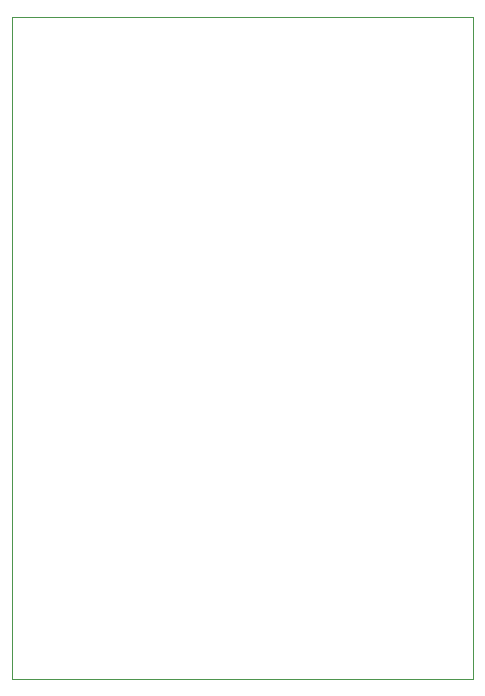
<source format=gbr>
%TF.GenerationSoftware,Altium Limited,Altium Designer,20.1.12 (249)*%
G04 Layer_Color=16711935*
%FSLAX45Y45*%
%MOMM*%
%TF.SameCoordinates,4EE8302A-A9A8-49E0-93C5-14594FCB678D*%
%TF.FilePolarity,Positive*%
%TF.FileFunction,Other,M01_-_Board_Outline*%
%TF.Part,Single*%
G01*
G75*
%TA.AperFunction,NonConductor*%
%ADD137C,0.10000*%
D137*
X-3Y5600000D02*
X3899997D01*
X2500Y0D02*
X3900000Y0D01*
X3899997Y5600000D02*
X3900000Y0D01*
X-3Y5600000D02*
X0Y0D01*
%TF.MD5,4752ebf63b36c31969f92f9f1f521f9f*%
M02*

</source>
